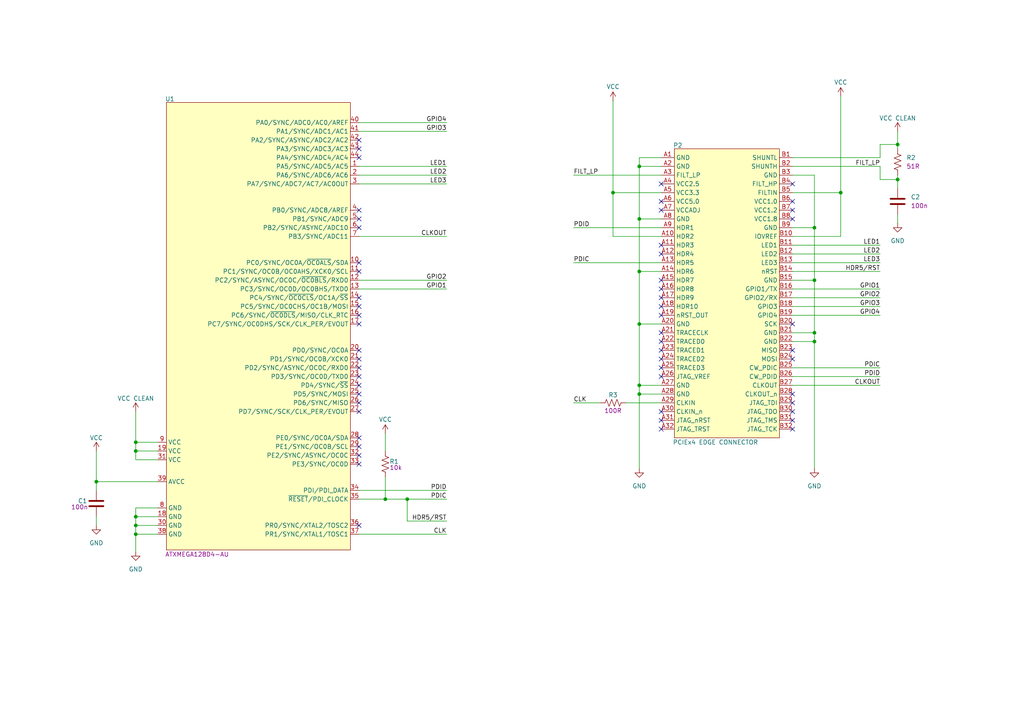
<source format=kicad_sch>
(kicad_sch (version 20231120) (generator "eeschema") (generator_version "8.0")
  (paper "A4")
  (lib_symbols
    (symbol "0603_Yageo_Res:RES_100R_0603" (pin_numbers hide)
      (property "Reference" "R" (at -20.32 5.08 0))
      (property "Display Value" "100R" (at 15.24 5.08 0))
      (symbol "RES_100R_0603_0_1"
        (polyline (pts (xy -2.286 0) (xy -2.54 0)))
        (polyline (pts (xy 2.286 0) (xy 2.54 0)))
        (polyline (pts (xy -2.286 0) (xy -1.905 1.016) (xy -1.524 0) (xy -1.143 -1.016) (xy -0.762 0)))
        (polyline (pts (xy -0.762 0) (xy -0.381 1.016) (xy 0 0) (xy 0.381 -1.016) (xy 0.762 0)))
        (polyline (pts (xy 0.762 0) (xy 1.143 1.016) (xy 1.524 0) (xy 1.905 -1.016) (xy 2.286 0)))
      )
      (symbol "RES_100R_0603_1_1"
        (pin passive line (at -3.81 0 0) (length 1.27) (name "~") (number "1"))
        (pin passive line (at 3.81 0 180) (length 1.27) (name "~") (number "2"))
      )
    )
    (symbol "0603_Yageo_Res:RES_10k_0603" (pin_numbers hide)
      (property "Reference" "R" (at -20.32 5.08 0))
      (property "Display Value" "10k" (at 15.24 5.08 0))
      (symbol "RES_10k_0603_0_1"
        (polyline (pts (xy -2.286 0) (xy -2.54 0)))
        (polyline (pts (xy 2.286 0) (xy 2.54 0)))
        (polyline (pts (xy -2.286 0) (xy -1.905 1.016) (xy -1.524 0) (xy -1.143 -1.016) (xy -0.762 0)))
        (polyline (pts (xy -0.762 0) (xy -0.381 1.016) (xy 0 0) (xy 0.381 -1.016) (xy 0.762 0)))
        (polyline (pts (xy 0.762 0) (xy 1.143 1.016) (xy 1.524 0) (xy 1.905 -1.016) (xy 2.286 0)))
      )
      (symbol "RES_10k_0603_1_1"
        (pin passive line (at -3.81 0 0) (length 1.27) (name "~") (number "1"))
        (pin passive line (at 3.81 0 180) (length 1.27) (name "~") (number "2"))
      )
    )
    (symbol "0603_Yageo_Res:RES_51R_0603" (pin_numbers hide)
      (property "Reference" "R" (at -20.32 5.08 0))
      (property "Display Value" "51R" (at 15.24 5.08 0))
      (symbol "RES_51R_0603_0_1"
        (polyline (pts (xy -2.286 0) (xy -2.54 0)))
        (polyline (pts (xy 2.286 0) (xy 2.54 0)))
        (polyline (pts (xy -2.286 0) (xy -1.905 1.016) (xy -1.524 0) (xy -1.143 -1.016) (xy -0.762 0)))
        (polyline (pts (xy -0.762 0) (xy -0.381 1.016) (xy 0 0) (xy 0.381 -1.016) (xy 0.762 0)))
        (polyline (pts (xy 0.762 0) (xy 1.143 1.016) (xy 1.524 0) (xy 1.905 -1.016) (xy 2.286 0)))
      )
      (symbol "RES_51R_0603_1_1"
        (pin passive line (at -3.81 0 0) (length 1.27) (name "~") (number "1"))
        (pin passive line (at 3.81 0 180) (length 1.27) (name "~") (number "2"))
      )
    )
    (symbol "Connectors:CW312T-Template" (in_bom no)
      (property "Reference" "P" (at -15.24 3.81 0))
      (property "Value" "PCIEx4 EDGE CONNECTOR " (at 3.81 3.81 0))
      (symbol "CW312T-Template_1_1"
        (rectangle (start -15.24 2.54) (end 15.24 -81.28) (fill (type background)))
        (pin unspecified line (at -19.05 0 0) (length 3.81) (name "GND") (number "A1"))
        (pin unspecified line (at -19.05 -22.86 0) (length 3.81) (name "HDR2") (number "A10"))
        (pin unspecified line (at -19.05 -25.4 0) (length 3.81) (name "HDR3") (number "A11"))
        (pin unspecified line (at -19.05 -27.94 0) (length 3.81) (name "HDR4") (number "A12"))
        (pin unspecified line (at -19.05 -30.48 0) (length 3.81) (name "HDR5") (number "A13"))
        (pin unspecified line (at -19.05 -33.02 0) (length 3.81) (name "HDR6") (number "A14"))
        (pin unspecified line (at -19.05 -35.56 0) (length 3.81) (name "HDR7") (number "A15"))
        (pin unspecified line (at -19.05 -38.1 0) (length 3.81) (name "HDR8") (number "A16"))
        (pin unspecified line (at -19.05 -40.64 0) (length 3.81) (name "HDR9") (number "A17"))
        (pin unspecified line (at -19.05 -43.18 0) (length 3.81) (name "HDR10") (number "A18"))
        (pin unspecified line (at -19.05 -45.72 0) (length 3.81) (name "nRST_OUT") (number "A19"))
        (pin unspecified line (at -19.05 -2.54 0) (length 3.81) (name "GND") (number "A2"))
        (pin unspecified line (at -19.05 -48.26 0) (length 3.81) (name "GND") (number "A20"))
        (pin unspecified line (at -19.05 -50.8 0) (length 3.81) (name "TRACECLK") (number "A21"))
        (pin unspecified line (at -19.05 -53.34 0) (length 3.81) (name "TRACED0") (number "A22"))
        (pin unspecified line (at -19.05 -55.88 0) (length 3.81) (name "TRACED1") (number "A23"))
        (pin unspecified line (at -19.05 -58.42 0) (length 3.81) (name "TRACED2") (number "A24"))
        (pin unspecified line (at -19.05 -60.96 0) (length 3.81) (name "TRACED3") (number "A25"))
        (pin unspecified line (at -19.05 -63.5 0) (length 3.81) (name "JTAG_VREF") (number "A26"))
        (pin unspecified line (at -19.05 -66.04 0) (length 3.81) (name "GND") (number "A27"))
        (pin unspecified line (at -19.05 -68.58 0) (length 3.81) (name "GND") (number "A28"))
        (pin unspecified line (at -19.05 -71.12 0) (length 3.81) (name "CLKIN") (number "A29"))
        (pin unspecified line (at -19.05 -5.08 0) (length 3.81) (name "FILT_LP") (number "A3"))
        (pin unspecified line (at -19.05 -73.66 0) (length 3.81) (name "CLKIN_n") (number "A30"))
        (pin unspecified line (at -19.05 -76.2 0) (length 3.81) (name "JTAG_nRST") (number "A31"))
        (pin unspecified line (at -19.05 -78.74 0) (length 3.81) (name "JTAG_TRST") (number "A32"))
        (pin unspecified line (at -19.05 -7.62 0) (length 3.81) (name "VCC2.5") (number "A4"))
        (pin unspecified line (at -19.05 -10.16 0) (length 3.81) (name "VCC3.3") (number "A5"))
        (pin unspecified line (at -19.05 -12.7 0) (length 3.81) (name "VCC5.0") (number "A6"))
        (pin unspecified line (at -19.05 -15.24 0) (length 3.81) (name "VCCADJ") (number "A7"))
        (pin unspecified line (at -19.05 -17.78 0) (length 3.81) (name "GND") (number "A8"))
        (pin unspecified line (at -19.05 -20.32 0) (length 3.81) (name "HDR1") (number "A9"))
        (pin unspecified line (at 19.05 0 180) (length 3.81) (name "SHUNTL") (number "B1"))
        (pin unspecified line (at 19.05 -22.86 180) (length 3.81) (name "IOVREF") (number "B10"))
        (pin unspecified line (at 19.05 -25.4 180) (length 3.81) (name "LED1") (number "B11"))
        (pin unspecified line (at 19.05 -27.94 180) (length 3.81) (name "LED2") (number "B12"))
        (pin unspecified line (at 19.05 -30.48 180) (length 3.81) (name "LED3") (number "B13"))
        (pin unspecified line (at 19.05 -33.02 180) (length 3.81) (name "nRST") (number "B14"))
        (pin unspecified line (at 19.05 -35.56 180) (length 3.81) (name "GND") (number "B15"))
        (pin unspecified line (at 19.05 -38.1 180) (length 3.81) (name "GPIO1/TX") (number "B16"))
        (pin unspecified line (at 19.05 -40.64 180) (length 3.81) (name "GPIO2/RX") (number "B17"))
        (pin unspecified line (at 19.05 -43.18 180) (length 3.81) (name "GPIO3") (number "B18"))
        (pin unspecified line (at 19.05 -45.72 180) (length 3.81) (name "GPIO4") (number "B19"))
        (pin unspecified line (at 19.05 -2.54 180) (length 3.81) (name "SHUNTH") (number "B2"))
        (pin unspecified line (at 19.05 -48.26 180) (length 3.81) (name "SCK") (number "B20"))
        (pin unspecified line (at 19.05 -50.8 180) (length 3.81) (name "GND") (number "B21"))
        (pin unspecified line (at 19.05 -53.34 180) (length 3.81) (name "GND") (number "B22"))
        (pin unspecified line (at 19.05 -55.88 180) (length 3.81) (name "MISO") (number "B23"))
        (pin unspecified line (at 19.05 -58.42 180) (length 3.81) (name "MOSI") (number "B24"))
        (pin unspecified line (at 19.05 -60.96 180) (length 3.81) (name "CW_PDIC") (number "B25"))
        (pin unspecified line (at 19.05 -63.5 180) (length 3.81) (name "CW_PDID") (number "B26"))
        (pin unspecified line (at 19.05 -66.04 180) (length 3.81) (name "CLKOUT") (number "B27"))
        (pin unspecified line (at 19.05 -68.58 180) (length 3.81) (name "CLKOUT_n") (number "B28"))
        (pin unspecified line (at 19.05 -71.12 180) (length 3.81) (name "JTAG_TDI") (number "B29"))
        (pin unspecified line (at 19.05 -5.08 180) (length 3.81) (name "GND") (number "B3"))
        (pin unspecified line (at 19.05 -73.66 180) (length 3.81) (name "JTAG_TDO") (number "B30"))
        (pin unspecified line (at 19.05 -76.2 180) (length 3.81) (name "JTAG_TMS") (number "B31"))
        (pin unspecified line (at 19.05 -78.74 180) (length 3.81) (name "JTAG_TCK") (number "B32"))
        (pin unspecified line (at 19.05 -7.62 180) (length 3.81) (name "FILT_HP") (number "B4"))
        (pin unspecified line (at 19.05 -10.16 180) (length 3.81) (name "FILTIN") (number "B5"))
        (pin unspecified line (at 19.05 -12.7 180) (length 3.81) (name "VCC1.0") (number "B6"))
        (pin unspecified line (at 19.05 -15.24 180) (length 3.81) (name "VCC1.2") (number "B7"))
        (pin unspecified line (at 19.05 -17.78 180) (length 3.81) (name "VCC1.8") (number "B8"))
        (pin unspecified line (at 19.05 -20.32 180) (length 3.81) (name "GND") (number "B9"))
      )
    )
    (symbol "Integrated_Circuits:ATXMEGA128D4-AU"
      (property "Reference" "U" (at -25.908 7.112 0))
      (property "Display Value" "ATXMEGA128D4-AU" (at -17.78 -125.984 0))
      (symbol "ATXMEGA128D4-AU_1_1"
        (rectangle (start -26.67 5.842) (end 26.67 -123.952) (fill (type background)))
        (pin unspecified line (at 29.21 -12.7 180) (length 2.54) (name "PA5/SYNC/ADC5/AC5") (number "1"))
        (pin unspecified line (at 29.21 -40.64 180) (length 2.54) (name "PC0/SYNC/OC0A/~{OC0ALS}/SDA") (number "10"))
        (pin unspecified line (at 29.21 -43.18 180) (length 2.54) (name "PC1/SYNC/OC0B/OC0AHS/XCK0/SCL") (number "11"))
        (pin unspecified line (at 29.21 -45.72 180) (length 2.54) (name "PC2/SYNC/ASYNC/OC0C/~{OC0BLS}/RXD0") (number "12"))
        (pin unspecified line (at 29.21 -48.26 180) (length 2.54) (name "PC3/SYNC/OC0D/OC0BHS/TXD0") (number "13"))
        (pin unspecified line (at 29.21 -50.8 180) (length 2.54) (name "PC4/SYNC/~{OC0CLS}/OC1A/~{SS}") (number "14"))
        (pin unspecified line (at 29.21 -53.34 180) (length 2.54) (name "PC5/SYNC/OC0CHS/OC1B/MOSI") (number "15"))
        (pin unspecified line (at 29.21 -55.88 180) (length 2.54) (name "PC6/SYNC/~{OC0DLS}/MISO/CLK_RTC") (number "16"))
        (pin unspecified line (at 29.21 -58.42 180) (length 2.54) (name "PC7/SYNC/OC0DHS/SCK/CLK_PER/EVOUT") (number "17"))
        (pin unspecified line (at -29.21 -114.3 0) (length 2.54) (name "GND") (number "18"))
        (pin unspecified line (at -29.21 -95.25 0) (length 2.54) (name "VCC") (number "19"))
        (pin unspecified line (at 29.21 -15.24 180) (length 2.54) (name "PA6/SYNC/ADC6/AC6") (number "2"))
        (pin unspecified line (at 29.21 -66.04 180) (length 2.54) (name "PD0/SYNC/OC0A") (number "20"))
        (pin unspecified line (at 29.21 -68.58 180) (length 2.54) (name "PD1/SYNC/OC0B/XCK0") (number "21"))
        (pin unspecified line (at 29.21 -71.12 180) (length 2.54) (name "PD2/SYNC/ASYNC/OC0C/RXD0") (number "22"))
        (pin unspecified line (at 29.21 -73.66 180) (length 2.54) (name "PD3/SYNC/OC0D/TXD0") (number "23"))
        (pin unspecified line (at 29.21 -76.2 180) (length 2.54) (name "PD4/SYNC/~{SS}") (number "24"))
        (pin unspecified line (at 29.21 -78.74 180) (length 2.54) (name "PD5/SYNC/MOSI") (number "25"))
        (pin unspecified line (at 29.21 -81.28 180) (length 2.54) (name "PD6/SYNC/MISO") (number "26"))
        (pin unspecified line (at 29.21 -83.82 180) (length 2.54) (name "PD7/SYNC/SCK/CLK_PER/EVOUT") (number "27"))
        (pin unspecified line (at 29.21 -91.44 180) (length 2.54) (name "PE0/SYNC/OC0A/SDA") (number "28"))
        (pin unspecified line (at 29.21 -93.98 180) (length 2.54) (name "PE1/SYNC/OC0B/SCL") (number "29"))
        (pin unspecified line (at 29.21 -17.78 180) (length 2.54) (name "PA7/SYNC/ADC7/AC7/AC0OUT") (number "3"))
        (pin unspecified line (at -29.21 -116.84 0) (length 2.54) (name "GND") (number "30"))
        (pin unspecified line (at -29.21 -97.79 0) (length 2.54) (name "VCC") (number "31"))
        (pin unspecified line (at 29.21 -96.52 180) (length 2.54) (name "PE2/SYNC/ASYNC/OC0C") (number "32"))
        (pin unspecified line (at 29.21 -99.06 180) (length 2.54) (name "PE3/SYNC/OC0D") (number "33"))
        (pin unspecified line (at 29.21 -106.68 180) (length 2.54) (name "PDI/PDI_DATA") (number "34"))
        (pin unspecified line (at 29.21 -109.22 180) (length 2.54) (name "~{RESET}/PDI_CLOCK") (number "35"))
        (pin unspecified line (at 29.21 -116.84 180) (length 2.54) (name "PR0/SYNC/XTAL2/TOSC2") (number "36"))
        (pin unspecified line (at 29.21 -119.38 180) (length 2.54) (name "PR1/SYNC/XTAL1/TOSC1") (number "37"))
        (pin unspecified line (at -29.21 -119.38 0) (length 2.54) (name "GND") (number "38"))
        (pin unspecified line (at -29.21 -104.14 0) (length 2.54) (name "AVCC") (number "39"))
        (pin unspecified line (at 29.21 -25.4 180) (length 2.54) (name "PB0/SYNC/ADC8/AREF") (number "4"))
        (pin unspecified line (at 29.21 0 180) (length 2.54) (name "PA0/SYNC/ADC0/AC0/AREF") (number "40"))
        (pin unspecified line (at 29.21 -2.54 180) (length 2.54) (name "PA1/SYNC/ADC1/AC1") (number "41"))
        (pin unspecified line (at 29.21 -5.08 180) (length 2.54) (name "PA2/SYNC/ASYNC/ADC2/AC2") (number "42"))
        (pin unspecified line (at 29.21 -7.62 180) (length 2.54) (name "PA3/SYNC/ADC3/AC3") (number "43"))
        (pin unspecified line (at 29.21 -10.16 180) (length 2.54) (name "PA4/SYNC/ADC4/AC4") (number "44"))
        (pin unspecified line (at 29.21 -27.94 180) (length 2.54) (name "PB1/SYNC/ADC9") (number "5"))
        (pin unspecified line (at 29.21 -30.48 180) (length 2.54) (name "PB2/SYNC/ASYNC/ADC10") (number "6"))
        (pin unspecified line (at 29.21 -33.02 180) (length 2.54) (name "PB3/SYNC/ADC11") (number "7"))
        (pin unspecified line (at -29.21 -111.76 0) (length 2.54) (name "GND") (number "8"))
        (pin unspecified line (at -29.21 -92.71 0) (length 2.54) (name "VCC") (number "9"))
      )
    )
    (symbol "Silkscreen_Symbols:CE_Free" (in_bom no)
      (property "Reference" "PCB" (at -2.54 6.35 0))
      (property "Value" "CE Symbol" (at 0 0 0))
    )
    (symbol "Silkscreen_Symbols:Pb_Free" (in_bom no)
      (property "Reference" "PCB" (at 0 0 0))
      (property "Value" "Pb_Free Symbol" (at 0 0 0))
    )
    (symbol "Silkscreen_Symbols:UKCA"
      (property "Reference" "PCB" (at 0 0 0))
      (property "Value" "UKCA symbol" (at 0 0 0))
    )
    (symbol "Silkscreen_Symbols:WEEE" (in_bom no)
      (property "Reference" "PCB" (at -1.27 4.445 0))
      (property "Value" "WEEE SYMBOL" (at 0 0 0))
    )
    (symbol "nae_caps:CAP_100n_6.3V_0603" (pin_numbers hide)
      (property "Reference" "C" (at -20.32 5.08 0))
      (property "Display Value" "100n" (at 15.24 5.08 0))
      (symbol "CAP_100n_6.3V_0603_0_1"
        (polyline (pts (xy -0.762 -2.032) (xy -0.762 2.032)) (stroke (width 0.508)))
        (polyline (pts (xy 0.762 -2.032) (xy 0.762 2.032)) (stroke (width 0.508)))
      )
      (symbol "CAP_100n_6.3V_0603_1_1"
        (pin passive line (at -3.81 0 0) (length 2.794) (name "~") (number "1"))
        (pin passive line (at 3.81 0 180) (length 2.794) (name "~") (number "2"))
      )
    )
    (symbol "power:GND" (power) (pin_numbers hide) (pin_names (offset 0) hide)
      (property "Value" "GND" (at 0 -3.81 0))
      (symbol "GND_0_1"
        (polyline (pts (xy 0 0) (xy 0 -1.27) (xy 1.27 -1.27) (xy 0 -2.54) (xy -1.27 -1.27) (xy 0 -1.27)))
      )
      (symbol "GND_1_1"
        (pin power_in line (at 0 0 270) (length 0) (name "~") (number "1"))
      )
    )
    (symbol "power:VCC" (power) (pin_numbers hide) (pin_names (offset 0) hide)
      (property "Value" "VCC" (at 0 3.556 0))
      (symbol "VCC_0_1"
        (polyline (pts (xy -0.762 1.27) (xy 0 2.54)))
        (polyline (pts (xy 0 0) (xy 0 2.54)))
        (polyline (pts (xy 0 2.54) (xy 0.762 1.27)))
      )
      (symbol "VCC_1_1"
        (pin power_in line (at 0 0 90) (length 0) (name "~") (number "1"))
      )
    )
  )
  (junction (at 39.37 128.27))
  (junction (at 185.42 111.76))
  (junction (at 260.35 52.07))
  (junction (at 236.22 99.06))
  (junction (at 118.11 144.78))
  (junction (at 236.22 96.52))
  (junction (at 185.42 48.26))
  (junction (at 27.94 139.7))
  (junction (at 185.42 93.98))
  (junction (at 236.22 81.28))
  (junction (at 185.42 114.3))
  (junction (at 177.8 55.88))
  (junction (at 185.42 78.74))
  (junction (at 185.42 63.5))
  (junction (at 39.37 149.86))
  (junction (at 236.22 66.04))
  (junction (at 39.37 130.81))
  (junction (at 39.37 152.4))
  (junction (at 260.35 41.91))
  (junction (at 111.76 144.78))
  (junction (at 243.84 55.88))
  (junction (at 39.37 154.94))
  (no_connect (at 191.77 106.68))
  (no_connect (at 104.14 134.62))
  (no_connect (at 104.14 76.2))
  (no_connect (at 104.14 43.18))
  (no_connect (at 229.87 53.34))
  (no_connect (at 229.87 121.92))
  (no_connect (at 229.87 101.6))
  (no_connect (at 104.14 129.54))
  (no_connect (at 229.87 116.84))
  (no_connect (at 191.77 99.06))
  (no_connect (at 104.14 101.6))
  (no_connect (at 191.77 121.92))
  (no_connect (at 191.77 71.12))
  (no_connect (at 104.14 119.38))
  (no_connect (at 229.87 63.5))
  (no_connect (at 229.87 93.98))
  (no_connect (at 104.14 93.98))
  (no_connect (at 104.14 45.72))
  (no_connect (at 104.14 127))
  (no_connect (at 191.77 73.66))
  (no_connect (at 191.77 104.14))
  (no_connect (at 104.14 88.9))
  (no_connect (at 191.77 86.36))
  (no_connect (at 104.14 106.68))
  (no_connect (at 191.77 81.28))
  (no_connect (at 191.77 88.9))
  (no_connect (at 104.14 78.74))
  (no_connect (at 191.77 119.38))
  (no_connect (at 104.14 104.14))
  (no_connect (at 191.77 101.6))
  (no_connect (at 191.77 96.52))
  (no_connect (at 104.14 66.04))
  (no_connect (at 104.14 152.4))
  (no_connect (at 191.77 124.46))
  (no_connect (at 191.77 58.42))
  (no_connect (at 104.14 60.96))
  (no_connect (at 104.14 86.36))
  (no_connect (at 104.14 40.64))
  (no_connect (at 229.87 60.96))
  (no_connect (at 229.87 104.14))
  (no_connect (at 229.87 58.42))
  (no_connect (at 104.14 114.3))
  (no_connect (at 229.87 114.3))
  (no_connect (at 229.87 124.46))
  (no_connect (at 191.77 83.82))
  (no_connect (at 104.14 132.08))
  (no_connect (at 191.77 60.96))
  (no_connect (at 104.14 116.84))
  (no_connect (at 104.14 111.76))
  (no_connect (at 104.14 91.44))
  (no_connect (at 229.87 119.38))
  (no_connect (at 104.14 63.5))
  (no_connect (at 191.77 91.44))
  (no_connect (at 191.77 109.22))
  (no_connect (at 104.14 109.22))
  (no_connect (at 191.77 53.34))
  (wire (pts (xy 111.76 125.73) (xy 111.76 130.81)))
  (wire (pts (xy 191.77 93.98) (xy 185.42 93.98)))
  (wire (pts (xy 104.14 81.28) (xy 129.54 81.28)))
  (wire (pts (xy 104.14 38.1) (xy 129.54 38.1)))
  (wire (pts (xy 104.14 50.8) (xy 129.54 50.8)))
  (wire (pts (xy 191.77 111.76) (xy 185.42 111.76)))
  (wire (pts (xy 45.72 149.86) (xy 39.37 149.86)))
  (wire (pts (xy 229.87 76.2) (xy 255.27 76.2)))
  (wire (pts (xy 236.22 50.8) (xy 229.87 50.8)))
  (wire (pts (xy 229.87 55.88) (xy 243.84 55.88)))
  (wire (pts (xy 229.87 45.72) (xy 255.27 45.72)))
  (wire (pts (xy 39.37 152.4) (xy 39.37 154.94)))
  (wire (pts (xy 185.42 45.72) (xy 185.42 48.26)))
  (wire (pts (xy 185.42 78.74) (xy 185.42 93.98)))
  (wire (pts (xy 229.87 78.74) (xy 255.27 78.74)))
  (wire (pts (xy 243.84 27.94) (xy 243.84 55.88)))
  (wire (pts (xy 255.27 41.91) (xy 260.35 41.91)))
  (wire (pts (xy 166.37 50.8) (xy 191.77 50.8)))
  (wire (pts (xy 185.42 48.26) (xy 185.42 63.5)))
  (wire (pts (xy 104.14 68.58) (xy 129.54 68.58)))
  (wire (pts (xy 229.87 73.66) (xy 255.27 73.66)))
  (wire (pts (xy 166.37 66.04) (xy 191.77 66.04)))
  (wire (pts (xy 27.94 149.86) (xy 27.94 152.4)))
  (wire (pts (xy 191.77 68.58) (xy 177.8 68.58)))
  (wire (pts (xy 104.14 154.94) (xy 129.54 154.94)))
  (wire (pts (xy 260.35 62.23) (xy 260.35 64.77)))
  (wire (pts (xy 104.14 83.82) (xy 129.54 83.82)))
  (wire (pts (xy 260.35 52.07) (xy 260.35 50.8)))
  (wire (pts (xy 27.94 139.7) (xy 27.94 142.24)))
  (wire (pts (xy 104.14 142.24) (xy 129.54 142.24)))
  (wire (pts (xy 229.87 111.76) (xy 255.27 111.76)))
  (wire (pts (xy 236.22 99.06) (xy 229.87 99.06)))
  (wire (pts (xy 118.11 144.78) (xy 118.11 151.13)))
  (wire (pts (xy 181.61 116.84) (xy 191.77 116.84)))
  (wire (pts (xy 45.72 154.94) (xy 39.37 154.94)))
  (wire (pts (xy 111.76 144.78) (xy 118.11 144.78)))
  (wire (pts (xy 185.42 78.74) (xy 191.77 78.74)))
  (wire (pts (xy 236.22 66.04) (xy 229.87 66.04)))
  (wire (pts (xy 27.94 130.81) (xy 27.94 139.7)))
  (wire (pts (xy 39.37 149.86) (xy 39.37 152.4)))
  (wire (pts (xy 229.87 106.68) (xy 255.27 106.68)))
  (wire (pts (xy 260.35 41.91) (xy 260.35 43.18)))
  (wire (pts (xy 39.37 130.81) (xy 45.72 130.81)))
  (wire (pts (xy 191.77 48.26) (xy 185.42 48.26)))
  (wire (pts (xy 39.37 119.38) (xy 39.37 128.27)))
  (wire (pts (xy 236.22 81.28) (xy 229.87 81.28)))
  (wire (pts (xy 191.77 114.3) (xy 185.42 114.3)))
  (wire (pts (xy 185.42 114.3) (xy 185.42 135.89)))
  (wire (pts (xy 255.27 48.26) (xy 255.27 52.07)))
  (wire (pts (xy 104.14 53.34) (xy 129.54 53.34)))
  (wire (pts (xy 39.37 128.27) (xy 39.37 130.81)))
  (wire (pts (xy 39.37 130.81) (xy 39.37 133.35)))
  (wire (pts (xy 229.87 88.9) (xy 255.27 88.9)))
  (wire (pts (xy 185.42 63.5) (xy 185.42 78.74)))
  (wire (pts (xy 236.22 81.28) (xy 236.22 96.52)))
  (wire (pts (xy 255.27 52.07) (xy 260.35 52.07)))
  (wire (pts (xy 177.8 68.58) (xy 177.8 55.88)))
  (wire (pts (xy 111.76 138.43) (xy 111.76 144.78)))
  (wire (pts (xy 260.35 38.1) (xy 260.35 41.91)))
  (wire (pts (xy 229.87 68.58) (xy 243.84 68.58)))
  (wire (pts (xy 191.77 63.5) (xy 185.42 63.5)))
  (wire (pts (xy 229.87 86.36) (xy 255.27 86.36)))
  (wire (pts (xy 236.22 50.8) (xy 236.22 66.04)))
  (wire (pts (xy 185.42 111.76) (xy 185.42 114.3)))
  (wire (pts (xy 166.37 76.2) (xy 191.77 76.2)))
  (wire (pts (xy 104.14 48.26) (xy 129.54 48.26)))
  (wire (pts (xy 45.72 152.4) (xy 39.37 152.4)))
  (wire (pts (xy 185.42 93.98) (xy 185.42 111.76)))
  (wire (pts (xy 243.84 68.58) (xy 243.84 55.88)))
  (wire (pts (xy 104.14 35.56) (xy 129.54 35.56)))
  (wire (pts (xy 118.11 144.78) (xy 129.54 144.78)))
  (wire (pts (xy 118.11 151.13) (xy 129.54 151.13)))
  (wire (pts (xy 236.22 96.52) (xy 236.22 99.06)))
  (wire (pts (xy 255.27 45.72) (xy 255.27 41.91)))
  (wire (pts (xy 39.37 147.32) (xy 39.37 149.86)))
  (wire (pts (xy 236.22 99.06) (xy 236.22 135.89)))
  (wire (pts (xy 229.87 71.12) (xy 255.27 71.12)))
  (wire (pts (xy 229.87 91.44) (xy 255.27 91.44)))
  (wire (pts (xy 236.22 96.52) (xy 229.87 96.52)))
  (wire (pts (xy 104.14 144.78) (xy 111.76 144.78)))
  (wire (pts (xy 166.37 116.84) (xy 173.99 116.84)))
  (wire (pts (xy 39.37 154.94) (xy 39.37 160.02)))
  (wire (pts (xy 229.87 48.26) (xy 255.27 48.26)))
  (wire (pts (xy 229.87 109.22) (xy 255.27 109.22)))
  (wire (pts (xy 45.72 133.35) (xy 39.37 133.35)))
  (wire (pts (xy 236.22 66.04) (xy 236.22 81.28)))
  (wire (pts (xy 229.87 83.82) (xy 255.27 83.82)))
  (wire (pts (xy 260.35 52.07) (xy 260.35 54.61)))
  (wire (pts (xy 39.37 128.27) (xy 45.72 128.27)))
  (wire (pts (xy 27.94 139.7) (xy 45.72 139.7)))
  (wire (pts (xy 177.8 55.88) (xy 177.8 29.21)))
  (wire (pts (xy 177.8 55.88) (xy 191.77 55.88)))
  (wire (pts (xy 45.72 147.32) (xy 39.37 147.32)))
  (wire (pts (xy 191.77 45.72) (xy 185.42 45.72)))
  (label "HDR5{slash}RST" (at 129.54 151.13 180))
  (label "LED1" (at 129.54 48.26 180))
  (label "GPIO3" (at 129.54 38.1 180))
  (label "CLK" (at 129.54 154.94 180))
  (label "CLK" (at 166.37 116.84 0))
  (label "PDIC" (at 255.27 106.68 180))
  (label "GPIO1" (at 129.54 83.82 180))
  (label "PDIC" (at 129.54 144.78 180))
  (label "GPIO1" (at 255.27 83.82 180))
  (label "PDID" (at 255.27 109.22 180))
  (label "GPIO2" (at 129.54 81.28 180))
  (label "PDIC" (at 166.37 76.2 0))
  (label "GPIO4" (at 129.54 35.56 180))
  (label "PDID" (at 129.54 142.24 180))
  (label "GPIO4" (at 255.27 91.44 180))
  (label "LED1" (at 255.27 71.12 180))
  (label "HDR5{slash}RST" (at 255.27 78.74 180))
  (label "FILT_LP" (at 166.37 50.8 0))
  (label "LED3" (at 255.27 76.2 180))
  (label "CLKOUT" (at 255.27 111.76 180))
  (label "FILT_LP" (at 255.27 48.26 180))
  (label "PDID" (at 166.37 66.04 0))
  (label "GPIO2" (at 255.27 86.36 180))
  (label "CLKOUT" (at 129.54 68.58 180))
  (label "LED2" (at 255.27 73.66 180))
  (label "LED2" (at 129.54 50.8 180))
  (label "GPIO3" (at 255.27 88.9 180))
  (label "LED3" (at 129.54 53.34 180))
  (symbol (lib_id "power:VCC") (at 177.8 29.21 0) (unit 1)
    (property "Reference" "#PWR011" (effects (hide yes)))
    (property "Value" "VCC" (at 177.8 25.146 0))
    (property "Description" "Power symbol creates a global label with name \"VCC\"" (effects (hide yes)))
  )
  (symbol (lib_id "power:GND") (at 185.42 135.89 0) (unit 1)
    (property "Reference" "#PWR06" (effects (hide yes)))
    (property "Value" "GND" (at 185.42 140.97 0))
    (property "Description" "Power symbol creates a global label with name \"GND\" , ground" (effects (hide yes)))
  )
  (symbol (lib_id "power:VCC") (at 260.35 38.1 0) (unit 1)
    (property "Reference" "#PWR08" (effects (hide yes)))
    (property "Value" "VCC CLEAN" (at 255.016 34.29 0) (effects (justify left)))
    (property "Description" "Power symbol creates a global label with name \"VCC\"" (effects (hide yes)))
  )
  (symbol (lib_id "power:VCC") (at 243.84 27.94 0) (unit 1)
    (property "Reference" "#PWR09" (effects (hide yes)))
    (property "Value" "VCC" (at 243.84 23.876 0))
    (property "Description" "Power symbol creates a global label with name \"VCC\"" (effects (hide yes)))
  )
  (symbol (lib_id "power:GND") (at 260.35 64.77 0) (unit 1)
    (property "Reference" "#PWR010" (effects (hide yes)))
    (property "Value" "GND" (at 260.35 69.85 0))
    (property "Description" "Power symbol creates a global label with name \"GND\" , ground" (effects (hide yes)))
  )
  (symbol (lib_id "power:VCC") (at 39.37 119.38 0) (unit 1)
    (property "Reference" "#PWR02" (effects (hide yes)))
    (property "Value" "VCC CLEAN" (at 39.37 115.57 0))
    (property "Description" "Power symbol creates a global label with name \"VCC\"" (effects (hide yes)))
  )
  (symbol (lib_id "Silkscreen_Symbols:UKCA") (at -22.86 194.31 0) (unit 1)
    (property "Reference" "PCB3" (at -20.32 193.0399 0) (effects (justify left)))
    (property "Value" "UKCA symbol" (at -20.32 195.5799 0) (effects (justify left)))
    (property "Footprint" "Silkscrren_Symbols:UKCA-Logo_8x8mm_SilkScreen" (effects (hide yes)))
  )
  (symbol (lib_id "Connectors:CW312T-Template") (at 210.82 45.72 0) (unit 1) (in_bom no)
    (property "Reference" "P2" (at 196.596 42.164 0))
    (property "Value" "PCIEx4 EDGE CONNECTOR" (at 207.518 128.27 0))
    (property "Footprint" "tutorial_2_library:CW312_Template" (effects (hide yes)))
    (property "Description" "BOARD AND EDGE CONNECTOR TEMPLATE FOR CW312 TARGETS" (effects (hide yes)))
  )
  (symbol (lib_id "nae_caps:CAP_100n_6.3V_0603") (at 260.35 58.42 270) (unit 1)
    (property "Reference" "C2" (at 264.16 57.1499 90) (effects (justify left)))
    (property "Value" "CAP_100n_6.3V_0603" (effects (hide yes)))
    (property "Footprint" "Capacitor_SMD:C_0603_1608Metric" (effects (hide yes)))
    (property "Datasheet" "https://www.yageo.com/upload/media/product/productsearch/datasheet/mlcc/UPY-GPHC_X7R_6.3V-to-250V_24.pdf" (effects (hide yes)))
    (property "Description" "CAP CER 0.1UF 6.3V X7R 0603" (effects (hide yes)))
    (property "Display Value" "100n" (at 264.16 59.6899 90) (effects (justify left)))
    (property "Manufacturer" "YAGEO" (effects (hide yes)))
    (property "Manufacturer Part Number" "CC0603KRX7R5BB104" (effects (hide yes)))
    (property "Supplier 1" "DigiKey" (effects (hide yes)))
    (property "Supplier 1 Part Number" "13-CC0603KRX7R5BB104CT-ND" (effects (hide yes)))
    (property "Supplier 2" "no_data" (effects (hide yes)))
    (property "Supplier 2 Part Number" "no_data" (effects (hide yes)))
  )
  (symbol (lib_id "power:VCC") (at 111.76 125.73 0) (unit 1)
    (property "Reference" "#PWR05" (effects (hide yes)))
    (property "Value" "VCC" (at 111.76 121.666 0))
    (property "Description" "Power symbol creates a global label with name \"VCC\"" (effects (hide yes)))
  )
  (symbol (lib_id "Silkscreen_Symbols:CE_Free") (at -31.75 176.53 0) (unit 1) (in_bom no)
    (property "Reference" "PCB1" (at -20.32 183.388 0) (effects (justify left)))
    (property "Value" "CE Symbol" (at -20.32 185.928 0) (effects (justify left)))
    (property "Footprint" "Silkscrren_Symbols:CE-Logo_8.5x6mm_SilkScreen" (effects (hide yes)))
  )
  (symbol (lib_id "0603_Yageo_Res:RES_51R_0603") (at 260.35 46.99 90) (unit 1)
    (property "Reference" "R2" (at 262.89 45.7199 90) (effects (justify right)))
    (property "Value" "RES_51R_0603" (effects (hide yes)))
    (property "Footprint" "Resistor_SMD:R_0603_1608Metric" (effects (hide yes)))
    (property "Datasheet" "https://www.yageo.com/upload/media/product/products/datasheet/rchip/PYu-RC_Group_51_RoHS_L_12.pdf" (effects (hide yes)))
    (property "Description" "RES 51 OHM 1% 1/10W 0603" (effects (hide yes)))
    (property "Display Value" "51R" (at 262.89 48.2599 90) (effects (justify right)))
    (property "Manufacturer" "YAGEO" (effects (hide yes)))
    (property "Manufacturer Part Number" "RC0603FR-0751RL" (effects (hide yes)))
    (property "Supplier 1" "DigiKey" (effects (hide yes)))
    (property "Supplier 1 Part Number" "311-51.0HRCT-ND" (effects (hide yes)))
    (property "Supplier 2" "no_data" (effects (hide yes)))
    (property "Supplier 2 Part Number" "no_data" (effects (hide yes)))
  )
  (symbol (lib_id "Silkscreen_Symbols:WEEE") (at -21.59 199.39 0) (unit 1) (in_bom no)
    (property "Reference" "PCB4" (at -20.32 198.12 0) (effects (justify left)))
    (property "Value" "WEEE SYMBOL" (at -20.32 200.66 0) (effects (justify left)))
    (property "Footprint" "Silkscrren_Symbols:WEEE-Logo_5.6x8mm_SilkScreen" (effects (hide yes)))
  )
  (symbol (lib_id "power:VCC") (at 27.94 130.81 0) (unit 1)
    (property "Reference" "#PWR03" (effects (hide yes)))
    (property "Value" "VCC" (at 27.94 127 0))
    (property "Description" "Power symbol creates a global label with name \"VCC\"" (effects (hide yes)))
  )
  (symbol (lib_id "0603_Yageo_Res:RES_100R_0603") (at 177.8 116.84 0) (unit 1)
    (property "Reference" "R3" (at 177.8 114.554 0))
    (property "Value" "RES_100R_0603" (effects (hide yes)))
    (property "Footprint" "Resistor_SMD:R_0603_1608Metric" (effects (hide yes)))
    (property "Datasheet" "https://www.yageo.com/upload/media/product/products/datasheet/rchip/PYu-RC_Group_51_RoHS_L_12.pdf" (effects (hide yes)))
    (property "Description" "RES 100 OHM 1% 1/10W 0603" (effects (hide yes)))
    (property "Display Value" "100R" (at 177.8 119.126 0))
    (property "Manufacturer" "YAGEO" (effects (hide yes)))
    (property "Manufacturer Part Number" "RC0603FR-07100RL" (effects (hide yes)))
    (property "Supplier 1" "DigiKey" (effects (hide yes)))
    (property "Supplier 1 Part Number" "311-100HRCT-ND" (effects (hide yes)))
    (property "Supplier 2" "no_data" (effects (hide yes)))
    (property "Supplier 2 Part Number" "no_data" (effects (hide yes)))
  )
  (symbol (lib_id "power:GND") (at 39.37 160.02 0) (unit 1)
    (property "Reference" "#PWR01" (effects (hide yes)))
    (property "Value" "GND" (at 39.37 165.1 0))
    (property "Description" "Power symbol creates a global label with name \"GND\" , ground" (effects (hide yes)))
  )
  (symbol (lib_id "nae_caps:CAP_100n_6.3V_0603") (at 27.94 146.05 90) (unit 1)
    (property "Reference" "C1" (at 22.606 145.288 90) (effects (justify right)))
    (property "Value" "CAP_100n_6.3V_0603" (effects (hide yes)))
    (property "Footprint" "Capacitor_SMD:C_0603_1608Metric" (effects (hide yes)))
    (property "Datasheet" "https://www.yageo.com/upload/media/product/productsearch/datasheet/mlcc/UPY-GPHC_X7R_6.3V-to-250V_24.pdf" (effects (hide yes)))
    (property "Description" "CAP CER 0.1UF 6.3V X7R 0603" (effects (hide yes)))
    (property "Display Value" "100n" (at 20.574 147.066 90) (effects (justify right)))
    (property "Manufacturer" "YAGEO" (effects (hide yes)))
    (property "Manufacturer Part Number" "CC0603KRX7R5BB104" (effects (hide yes)))
    (property "Supplier 1" "DigiKey" (effects (hide yes)))
    (property "Supplier 1 Part Number" "13-CC0603KRX7R5BB104CT-ND" (effects (hide yes)))
    (property "Supplier 2" "no_data" (effects (hide yes)))
    (property "Supplier 2 Part Number" "no_data" (effects (hide yes)))
  )
  (symbol (lib_id "Silkscreen_Symbols:Pb_Free") (at -26.67 184.15 0) (unit 1) (in_bom no)
    (property "Reference" "PCB2" (at -20.32 187.96 0) (effects (justify left)))
    (property "Value" "Pb_Free Symbol" (at -20.32 190.5 0) (effects (justify left)))
    (property "Footprint" "Silkscrren_Symbols:Pb_Free_8.0x8.0mm_SilkScreen" (effects (hide yes)))
  )
  (symbol (lib_id "Integrated_Circuits:ATXMEGA128D4-AU") (at 74.93 35.56 0) (unit 1)
    (property "Reference" "U1" (at 49.276 28.702 0))
    (property "Value" "ATXMEGA128D4-AU" (effects (hide yes)))
    (property "Footprint" "Package_QFP:TQFP-44_10x10mm_P0.8mm" (effects (hide yes)))
    (property "Datasheet" "https://ww1.microchip.com/downloads/en/DeviceDoc/Atmel-8135-8-and-16-bit-AVR-microcontroller-ATxmega16D4-32D4-64D4-128D4_datasheet.pdf" (effects (hide yes)))
    (property "Description" "IC MCU 8/16BIT 128KB FLSH 44TQFP" (effects (hide yes)))
    (property "Display Value" "ATXMEGA128D4-AU" (at 57.15 160.782 0))
    (property "Manufacturer" "Microchip Technology" (effects (hide yes)))
    (property "Manufacturer Part Number" "ATXMEGA128D4-AU" (effects (hide yes)))
    (property "Supplier 1" "DigiKey" (effects (hide yes)))
    (property "Supplier 1 Part Number" "ATXMEGA128D4-AU-ND" (effects (hide yes)))
  )
  (symbol (lib_id "0603_Yageo_Res:RES_10k_0603") (at 111.76 134.62 90) (unit 1)
    (property "Reference" "R1" (at 114.3 133.858 90))
    (property "Value" "RES_10k_0603" (effects (hide yes)))
    (property "Footprint" "Resistor_SMD:R_0603_1608Metric" (effects (hide yes)))
    (property "Datasheet" "https://www.yageo.com/upload/media/product/products/datasheet/rchip/PYu-RC_Group_51_RoHS_L_12.pdf" (effects (hide yes)))
    (property "Description" "RES 10K OHM 1% 1/10W 0603" (effects (hide yes)))
    (property "Display Value" "10k" (at 114.808 135.636 90))
    (property "Manufacturer" "YAGEO" (effects (hide yes)))
    (property "Manufacturer Part Number" "RC0603FR-0710KL" (effects (hide yes)))
    (property "Supplier 1" "DigiKey" (effects (hide yes)))
    (property "Supplier 1 Part Number" "311-10.0KHRCT-ND" (effects (hide yes)))
    (property "Supplier 2" "no_data" (effects (hide yes)))
    (property "Supplier 2 Part Number" "no_data" (effects (hide yes)))
  )
  (symbol (lib_id "power:GND") (at 236.22 135.89 0) (unit 1)
    (property "Reference" "#PWR07" (effects (hide yes)))
    (property "Value" "GND" (at 236.22 140.97 0))
    (property "Description" "Power symbol creates a global label with name \"GND\" , ground" (effects (hide yes)))
  )
  (symbol (lib_id "power:GND") (at 27.94 152.4 0) (unit 1)
    (property "Reference" "#PWR04" (effects (hide yes)))
    (property "Value" "GND" (at 27.94 157.48 0))
    (property "Description" "Power symbol creates a global label with name \"GND\" , ground" (effects (hide yes)))
  )
)
</source>
